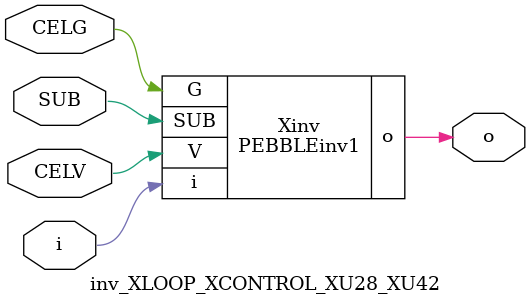
<source format=v>



module PEBBLEinv1 ( o, G, SUB, V, i );

  input V;
  input i;
  input G;
  output o;
  input SUB;
endmodule

//Celera Confidential Do Not Copy inv_XLOOP_XCONTROL_XU28_XU42
//Celera Confidential Symbol Generator
//5V Inverter
module inv_XLOOP_XCONTROL_XU28_XU42 (CELV,CELG,i,o,SUB);
input CELV;
input CELG;
input i;
input SUB;
output o;

//Celera Confidential Do Not Copy inv
PEBBLEinv1 Xinv(
.V (CELV),
.i (i),
.o (o),
.SUB (SUB),
.G (CELG)
);
//,diesize,PEBBLEinv1

//Celera Confidential Do Not Copy Module End
//Celera Schematic Generator
endmodule

</source>
